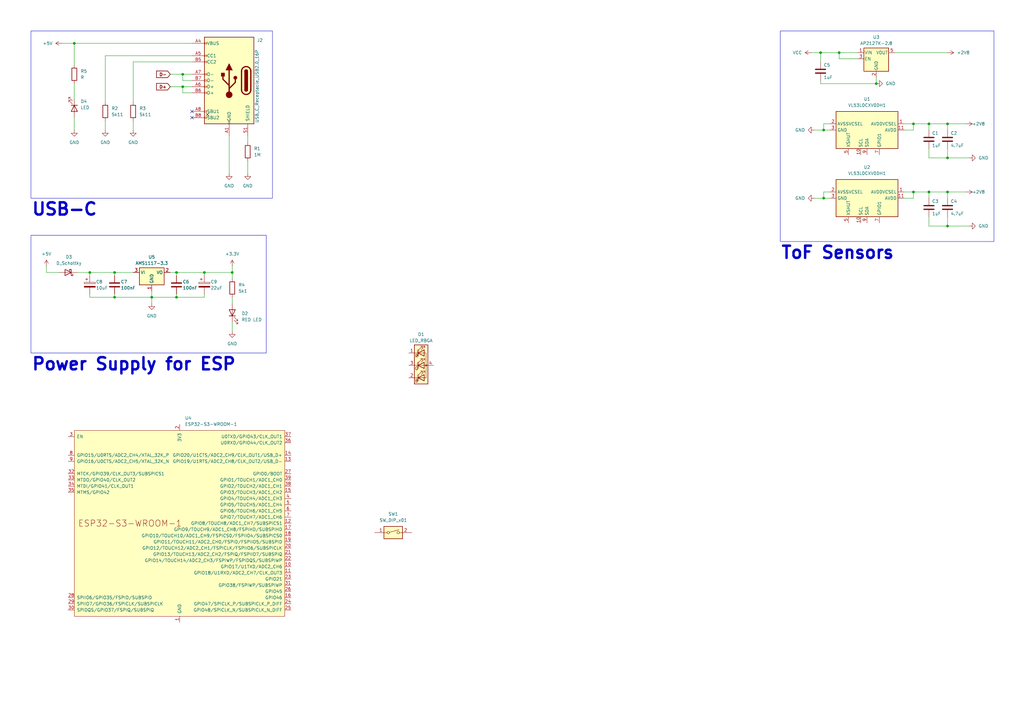
<source format=kicad_sch>
(kicad_sch (version 20230121) (generator eeschema)
  (paper "A3")
  (title_block (title "People Counter") (date "2024-02-16") (rev "v0.1") (company "Tom Gaimann"))
  (lib_symbols
    (symbol "Connector:USB_C_Receptacle_USB2.0_16P" (pin_names (offset 1.016))
      (property "Reference" "J" (at 0 22.225 0))
      (property "Value" "USB_C_Receptacle_USB2.0_16P" (at 0 19.685 0))
      (symbol "USB_C_Receptacle_USB2.0_16P_0_0"
        (rectangle (start -0.254 -17.78) (end 0.254 -16.764))
        (rectangle (start 10.16 -14.986) (end 9.144 -15.494))
        (rectangle (start 10.16 -12.446) (end 9.144 -12.954))
        (rectangle (start 10.16 -4.826) (end 9.144 -5.334))
        (rectangle (start 10.16 -2.286) (end 9.144 -2.794))
        (rectangle (start 10.16 0.254) (end 9.144 -0.254))
        (rectangle (start 10.16 2.794) (end 9.144 2.286))
        (rectangle (start 10.16 7.874) (end 9.144 7.366))
        (rectangle (start 10.16 10.414) (end 9.144 9.906))
        (rectangle (start 10.16 15.494) (end 9.144 14.986))
      )
      (symbol "USB_C_Receptacle_USB2.0_16P_0_1"
        (rectangle (start -10.16 17.78) (end 10.16 -17.78) (stroke (width 0.254)) (fill (type background)))
        (arc (start -8.89 -3.81) (mid -6.985 -5.7067) (end -5.08 -3.81) (stroke (width 0.508)))
        (arc (start -7.62 -3.81) (mid -6.985 -4.4423) (end -6.35 -3.81) (stroke (width 0.254)))
        (arc (start -7.62 -3.81) (mid -6.985 -4.4423) (end -6.35 -3.81) (stroke (width 0.254)) (fill (type outline)))
        (rectangle (start -7.62 -3.81) (end -6.35 3.81) (stroke (width 0.254)) (fill (type outline)))
        (arc (start -6.35 3.81) (mid -6.985 4.4423) (end -7.62 3.81) (stroke (width 0.254)))
        (arc (start -6.35 3.81) (mid -6.985 4.4423) (end -7.62 3.81) (stroke (width 0.254)) (fill (type outline)))
        (arc (start -5.08 3.81) (mid -6.985 5.7067) (end -8.89 3.81) (stroke (width 0.508)))
        (circle (center -2.54 1.143) (radius 0.635) (stroke (width 0.254)) (fill (type outline)))
        (circle (center 0 -5.842) (radius 1.27) (fill (type outline)))
        (polyline (pts (xy -8.89 -3.81) (xy -8.89 3.81)) (stroke (width 0.508)))
        (polyline (pts (xy -5.08 3.81) (xy -5.08 -3.81)) (stroke (width 0.508)))
        (polyline (pts (xy 0 -5.842) (xy 0 4.318)) (stroke (width 0.508)))
        (polyline (pts (xy 0 -3.302) (xy -2.54 -0.762) (xy -2.54 0.508)) (stroke (width 0.508)))
        (polyline (pts (xy 0 -2.032) (xy 2.54 0.508) (xy 2.54 1.778)) (stroke (width 0.508)))
        (polyline (pts (xy -1.27 4.318) (xy 0 6.858) (xy 1.27 4.318) (xy -1.27 4.318)) (stroke (width 0.254)) (fill (type outline)))
        (rectangle (start 1.905 1.778) (end 3.175 3.048) (stroke (width 0.254)) (fill (type outline)))
      )
      (symbol "USB_C_Receptacle_USB2.0_16P_1_1"
        (pin passive line (at 0 -22.86 90) (length 5.08) (name "GND") (number "A1"))
        (pin passive line (at 0 -22.86 90) (length 5.08) hide (name "GND") (number "A12"))
        (pin passive line (at 15.24 15.24 180) (length 5.08) (name "VBUS") (number "A4"))
        (pin bidirectional line (at 15.24 10.16 180) (length 5.08) (name "CC1") (number "A5"))
        (pin bidirectional line (at 15.24 -2.54 180) (length 5.08) (name "D+") (number "A6"))
        (pin bidirectional line (at 15.24 2.54 180) (length 5.08) (name "D-") (number "A7"))
        (pin bidirectional line (at 15.24 -12.7 180) (length 5.08) (name "SBU1") (number "A8"))
        (pin passive line (at 15.24 15.24 180) (length 5.08) hide (name "VBUS") (number "A9"))
        (pin passive line (at 0 -22.86 90) (length 5.08) hide (name "GND") (number "B1"))
        (pin passive line (at 0 -22.86 90) (length 5.08) hide (name "GND") (number "B12"))
        (pin passive line (at 15.24 15.24 180) (length 5.08) hide (name "VBUS") (number "B4"))
        (pin bidirectional line (at 15.24 7.62 180) (length 5.08) (name "CC2") (number "B5"))
        (pin bidirectional line (at 15.24 -5.08 180) (length 5.08) (name "D+") (number "B6"))
        (pin bidirectional line (at 15.24 0 180) (length 5.08) (name "D-") (number "B7"))
        (pin bidirectional line (at 15.24 -15.24 180) (length 5.08) (name "SBU2") (number "B8"))
        (pin passive line (at 15.24 15.24 180) (length 5.08) hide (name "VBUS") (number "B9"))
        (pin passive line (at -7.62 -22.86 90) (length 5.08) (name "SHIELD") (number "S1"))
      )
    )
    (symbol "Device:C" (pin_numbers hide) (pin_names (offset 0.254))
      (property "Reference" "C" (at 0.635 2.54 0))
      (property "Value" "C" (at 0.635 -2.54 0))
      (symbol "C_0_1"
        (polyline (pts (xy -2.032 -0.762) (xy 2.032 -0.762)) (stroke (width 0.508)))
        (polyline (pts (xy -2.032 0.762) (xy 2.032 0.762)) (stroke (width 0.508)))
      )
      (symbol "C_1_1"
        (pin passive line (at 0 3.81 270) (length 2.794) (name "~") (number "1"))
        (pin passive line (at 0 -3.81 90) (length 2.794) (name "~") (number "2"))
      )
    )
    (symbol "Device:C_Polarized" (pin_numbers hide) (pin_names (offset 0.254))
      (property "Reference" "C" (at 0.635 2.54 0))
      (property "Value" "C_Polarized" (at 0.635 -2.54 0))
      (symbol "C_Polarized_0_1"
        (rectangle (start -2.286 0.508) (end 2.286 1.016))
        (polyline (pts (xy -1.778 2.286) (xy -0.762 2.286)))
        (polyline (pts (xy -1.27 2.794) (xy -1.27 1.778)))
        (rectangle (start 2.286 -0.508) (end -2.286 -1.016) (fill (type outline)))
      )
      (symbol "C_Polarized_1_1"
        (pin passive line (at 0 3.81 270) (length 2.794) (name "~") (number "1"))
        (pin passive line (at 0 -3.81 90) (length 2.794) (name "~") (number "2"))
      )
    )
    (symbol "Device:D_Schottky" (pin_numbers hide) (pin_names (offset 1.016) hide)
      (property "Reference" "D" (at 0 2.54 0))
      (property "Value" "D_Schottky" (at 0 -2.54 0))
      (symbol "D_Schottky_0_1"
        (polyline (pts (xy 1.27 0) (xy -1.27 0)))
        (polyline (pts (xy 1.27 1.27) (xy 1.27 -1.27) (xy -1.27 0) (xy 1.27 1.27)) (stroke (width 0.254)))
        (polyline (pts (xy -1.905 0.635) (xy -1.905 1.27) (xy -1.27 1.27) (xy -1.27 -1.27) (xy -0.635 -1.27) (xy -0.635 -0.635)) (stroke (width 0.254)))
      )
      (symbol "D_Schottky_1_1"
        (pin passive line (at -3.81 0 0) (length 2.54) (name "K") (number "1"))
        (pin passive line (at 3.81 0 180) (length 2.54) (name "A") (number "2"))
      )
    )
    (symbol "Device:LED" (pin_numbers hide) (pin_names (offset 1.016) hide)
      (property "Reference" "D" (at 0 2.54 0))
      (property "Value" "LED" (at 0 -2.54 0))
      (symbol "LED_0_1"
        (polyline (pts (xy -1.27 -1.27) (xy -1.27 1.27)) (stroke (width 0.254)))
        (polyline (pts (xy -1.27 0) (xy 1.27 0)))
        (polyline (pts (xy 1.27 -1.27) (xy 1.27 1.27) (xy -1.27 0) (xy 1.27 -1.27)) (stroke (width 0.254)))
        (polyline (pts (xy -3.048 -0.762) (xy -4.572 -2.286) (xy -3.81 -2.286) (xy -4.572 -2.286) (xy -4.572 -1.524)))
        (polyline (pts (xy -1.778 -0.762) (xy -3.302 -2.286) (xy -2.54 -2.286) (xy -3.302 -2.286) (xy -3.302 -1.524)))
      )
      (symbol "LED_1_1"
        (pin passive line (at -3.81 0 0) (length 2.54) (name "K") (number "1"))
        (pin passive line (at 3.81 0 180) (length 2.54) (name "A") (number "2"))
      )
    )
    (symbol "Device:LED_RBGA" (pin_names (offset 0) hide)
      (property "Reference" "D" (at 0 9.398 0))
      (property "Value" "LED_RBGA" (at 0 -8.89 0))
      (symbol "LED_RBGA_0_0"
        (text "B" (at -1.905 -6.35 0) (effects (font (size 1.27 1.27))))
        (text "G" (at -1.905 -1.27 0) (effects (font (size 1.27 1.27))))
        (text "R" (at -1.905 3.81 0) (effects (font (size 1.27 1.27))))
      )
      (symbol "LED_RBGA_0_1"
        (polyline (pts (xy -1.27 -5.08) (xy -2.54 -5.08)))
        (polyline (pts (xy -1.27 -5.08) (xy 1.27 -5.08)))
        (polyline (pts (xy -1.27 -3.81) (xy -1.27 -6.35)) (stroke (width 0.254)))
        (polyline (pts (xy -1.27 0) (xy -2.54 0)))
        (polyline (pts (xy -1.27 1.27) (xy -1.27 -1.27)) (stroke (width 0.254)))
        (polyline (pts (xy -1.27 5.08) (xy -2.54 5.08)))
        (polyline (pts (xy -1.27 5.08) (xy 1.27 5.08)))
        (polyline (pts (xy -1.27 6.35) (xy -1.27 3.81)) (stroke (width 0.254)))
        (polyline (pts (xy 1.27 0) (xy -1.27 0)))
        (polyline (pts (xy 1.27 0) (xy 2.54 0)))
        (polyline (pts (xy -1.27 1.27) (xy -1.27 -1.27) (xy -1.27 -1.27)))
        (polyline (pts (xy -1.27 6.35) (xy -1.27 3.81) (xy -1.27 3.81)))
        (polyline (pts (xy 1.27 -5.08) (xy 2.032 -5.08) (xy 2.032 5.08) (xy 1.27 5.08)))
        (polyline (pts (xy 1.27 -3.81) (xy 1.27 -6.35) (xy -1.27 -5.08) (xy 1.27 -3.81)) (stroke (width 0.254)))
        (polyline (pts (xy 1.27 1.27) (xy 1.27 -1.27) (xy -1.27 0) (xy 1.27 1.27)) (stroke (width 0.254)))
        (polyline (pts (xy 1.27 6.35) (xy 1.27 3.81) (xy -1.27 5.08) (xy 1.27 6.35)) (stroke (width 0.254)))
        (polyline (pts (xy -1.016 -3.81) (xy 0.508 -2.286) (xy -0.254 -2.286) (xy 0.508 -2.286) (xy 0.508 -3.048)))
        (polyline (pts (xy -1.016 1.27) (xy 0.508 2.794) (xy -0.254 2.794) (xy 0.508 2.794) (xy 0.508 2.032)))
        (polyline (pts (xy -1.016 6.35) (xy 0.508 7.874) (xy -0.254 7.874) (xy 0.508 7.874) (xy 0.508 7.112)))
        (polyline (pts (xy 0 -3.81) (xy 1.524 -2.286) (xy 0.762 -2.286) (xy 1.524 -2.286) (xy 1.524 -3.048)))
        (polyline (pts (xy 0 1.27) (xy 1.524 2.794) (xy 0.762 2.794) (xy 1.524 2.794) (xy 1.524 2.032)))
        (polyline (pts (xy 0 6.35) (xy 1.524 7.874) (xy 0.762 7.874) (xy 1.524 7.874) (xy 1.524 7.112)))
        (rectangle (start 1.27 -1.27) (end 1.27 1.27))
        (rectangle (start 1.27 1.27) (end 1.27 1.27))
        (rectangle (start 1.27 3.81) (end 1.27 6.35))
        (rectangle (start 1.27 6.35) (end 1.27 6.35))
        (circle (center 2.032 0) (radius 0.254) (fill (type outline)))
        (rectangle (start 2.794 8.382) (end -2.794 -7.62) (stroke (width 0.254)) (fill (type background)))
      )
      (symbol "LED_RBGA_1_1"
        (pin passive line (at -5.08 5.08 0) (length 2.54) (name "RK") (number "1"))
        (pin passive line (at -5.08 -5.08 0) (length 2.54) (name "BK") (number "2"))
        (pin passive line (at -5.08 0 0) (length 2.54) (name "GK") (number "3"))
        (pin passive line (at 5.08 0 180) (length 2.54) (name "A") (number "4"))
      )
    )
    (symbol "Device:R" (pin_numbers hide) (pin_names (offset 0))
      (property "Reference" "R" (at 2.032 0 90))
      (property "Value" "R" (at 0 0 90))
      (symbol "R_0_1"
        (rectangle (start -1.016 -2.54) (end 1.016 2.54) (stroke (width 0.254)))
      )
      (symbol "R_1_1"
        (pin passive line (at 0 3.81 270) (length 1.27) (name "~") (number "1"))
        (pin passive line (at 0 -3.81 90) (length 1.27) (name "~") (number "2"))
      )
    )
    (symbol "PCM_Espressif:ESP32-S3-WROOM-1" (pin_names (offset 1.016))
      (property "Reference" "U" (at -43.18 43.18 0))
      (property "Value" "ESP32-S3-WROOM-1" (at -43.18 40.64 0))
      (symbol "ESP32-S3-WROOM-1_0_0"
        (text "ESP32-S3-WROOM-1" (at -20.32 0 0) (effects (font (size 2.54 2.54))))
        (pin power_in line (at 0 -40.64 90) (length 2.54) (name "GND") (number "1"))
        (pin bidirectional line (at 45.72 -17.78 180) (length 2.54) (name "GPIO17/U1TXD/ADC2_CH6") (number "10"))
        (pin bidirectional line (at 45.72 -20.32 180) (length 2.54) (name "GPIO18/U1RXD/ADC2_CH7/CLK_OUT3") (number "11"))
        (pin bidirectional line (at 45.72 0 180) (length 2.54) (name "GPIO8/TOUCH8/ADC1_CH7/SUBSPICS1") (number "12"))
        (pin bidirectional line (at 45.72 25.4 180) (length 2.54) (name "GPIO19/U1RTS/ADC2_CH8/CLK_OUT2/USB_D-") (number "13"))
        (pin bidirectional line (at 45.72 27.94 180) (length 2.54) (name "GPIO20/U1CTS/ADC2_CH9/CLK_OUT1/USB_D+") (number "14"))
        (pin bidirectional line (at 45.72 12.7 180) (length 2.54) (name "GPIO3/TOUCH3/ADC1_CH2") (number "15"))
        (pin bidirectional line (at 45.72 -30.48 180) (length 2.54) (name "GPIO46") (number "16"))
        (pin bidirectional line (at 45.72 -2.54 180) (length 2.54) (name "GPIO9/TOUCH9/ADC1_CH8/FSPIHD/SUBSPIHD") (number "17"))
        (pin bidirectional line (at 45.72 -5.08 180) (length 2.54) (name "GPIO10/TOUCH10/ADC1_CH9/FSPICS0/FSPIIO4/SUBSPICS0") (number "18"))
        (pin bidirectional line (at 45.72 -7.62 180) (length 2.54) (name "GPIO11/TOUCH11/ADC2_CH0/FSPID/FSPIIO5/SUBSPID") (number "19"))
        (pin power_in line (at 0 40.64 270) (length 2.54) (name "3V3") (number "2"))
        (pin bidirectional line (at 45.72 -10.16 180) (length 2.54) (name "GPIO12/TOUCH12/ADC2_CH1/FSPICLK/FSPIIO6/SUBSPICLK") (number "20"))
        (pin bidirectional line (at 45.72 -12.7 180) (length 2.54) (name "GPIO13/TOUCH13/ADC2_CH2/FSPIQ/FSPIIO7/SUBSPIQ") (number "21"))
        (pin bidirectional line (at 45.72 -15.24 180) (length 2.54) (name "GPIO14/TOUCH14/ADC2_CH3/FSPIWP/FSPIDQS/SUBSPIWP") (number "22"))
        (pin bidirectional line (at 45.72 -22.86 180) (length 2.54) (name "GPIO21") (number "23"))
        (pin bidirectional line (at 45.72 -33.02 180) (length 2.54) (name "GPIO47/SPICLK_P/SUBSPICLK_P_DIFF") (number "24"))
        (pin bidirectional line (at 45.72 -35.56 180) (length 2.54) (name "GPIO48/SPICLK_N/SUBSPICLK_N_DIFF") (number "25"))
        (pin bidirectional line (at 45.72 -27.94 180) (length 2.54) (name "GPIO45") (number "26"))
        (pin bidirectional line (at 45.72 20.32 180) (length 2.54) (name "GPIO0/BOOT") (number "27"))
        (pin bidirectional line (at -45.72 -30.48 0) (length 2.54) (name "SPIIO6/GPIO35/FSPID/SUBSPID") (number "28"))
        (pin bidirectional line (at -45.72 -33.02 0) (length 2.54) (name "SPIIO7/GPIO36/FSPICLK/SUBSPICLK") (number "29"))
        (pin input line (at -45.72 35.56 0) (length 2.54) (name "EN") (number "3"))
        (pin bidirectional line (at -45.72 -35.56 0) (length 2.54) (name "SPIDQS/GPIO37/FSPIQ/SUBSPIQ") (number "30"))
        (pin bidirectional line (at 45.72 -25.4 180) (length 2.54) (name "GPIO38/FSPIWP/SUBSPIWP") (number "31"))
        (pin bidirectional line (at -45.72 20.32 0) (length 2.54) (name "MTCK/GPIO39/CLK_OUT3/SUBSPICS1") (number "32"))
        (pin bidirectional line (at -45.72 17.78 0) (length 2.54) (name "MTDO/GPIO40/CLK_OUT2") (number "33"))
        (pin bidirectional line (at -45.72 15.24 0) (length 2.54) (name "MTDI/GPIO41/CLK_OUT1") (number "34"))
        (pin bidirectional line (at -45.72 12.7 0) (length 2.54) (name "MTMS/GPIO42") (number "35"))
        (pin bidirectional line (at 45.72 33.02 180) (length 2.54) (name "U0RXD/GPIO44/CLK_OUT2") (number "36"))
        (pin bidirectional line (at 45.72 35.56 180) (length 2.54) (name "U0TXD/GPIO43/CLK_OUT1") (number "37"))
        (pin bidirectional line (at 45.72 15.24 180) (length 2.54) (name "GPIO2/TOUCH2/ADC1_CH1") (number "38"))
        (pin bidirectional line (at 45.72 17.78 180) (length 2.54) (name "GPIO1/TOUCH1/ADC1_CH0") (number "39"))
        (pin bidirectional line (at 45.72 10.16 180) (length 2.54) (name "GPIO4/TOUCH4/ADC1_CH3") (number "4"))
        (pin passive line (at 0 -40.64 90) (length 2.54) hide (name "GND") (number "40"))
        (pin passive line (at 0 -40.64 90) (length 2.54) hide (name "GND") (number "41"))
        (pin bidirectional line (at 45.72 7.62 180) (length 2.54) (name "GPIO5/TOUCH5/ADC1_CH4") (number "5"))
        (pin bidirectional line (at 45.72 5.08 180) (length 2.54) (name "GPIO6/TOUCH6/ADC1_CH5") (number "6"))
        (pin bidirectional line (at 45.72 2.54 180) (length 2.54) (name "GPIO7/TOUCH7/ADC1_CH6") (number "7"))
        (pin bidirectional line (at -45.72 27.94 0) (length 2.54) (name "GPIO15/U0RTS/ADC2_CH4/XTAL_32K_P") (number "8"))
        (pin bidirectional line (at -45.72 25.4 0) (length 2.54) (name "GPIO16/U0CTS/ADC2_CH5/XTAL_32K_N") (number "9"))
      )
      (symbol "ESP32-S3-WROOM-1_0_1"
        (rectangle (start -43.18 38.1) (end 43.18 -38.1) (fill (type background)))
      )
    )
    (symbol "Regulator_Linear:AMS1117-3.3"
      (property "Reference" "U" (at -3.81 3.175 0))
      (property "Value" "AMS1117-3.3" (at 0 3.175 0))
      (symbol "AMS1117-3.3_0_1"
        (rectangle (start -5.08 -5.08) (end 5.08 1.905) (stroke (width 0.254)) (fill (type background)))
      )
      (symbol "AMS1117-3.3_1_1"
        (pin power_in line (at 0 -7.62 90) (length 2.54) (name "GND") (number "1"))
        (pin power_out line (at 7.62 0 180) (length 2.54) (name "VO") (number "2"))
        (pin power_in line (at -7.62 0 0) (length 2.54) (name "VI") (number "3"))
      )
    )
    (symbol "Regulator_Linear:AP2127K-2.8" (pin_names (offset 0.254))
      (property "Reference" "U" (at -5.08 5.715 0))
      (property "Value" "AP2127K-2.8" (at 0 5.715 0))
      (symbol "AP2127K-2.8_0_1"
        (rectangle (start -5.08 4.445) (end 5.08 -5.08) (stroke (width 0.254)) (fill (type background)))
      )
      (symbol "AP2127K-2.8_1_1"
        (pin power_in line (at -7.62 2.54 0) (length 2.54) (name "VIN") (number "1"))
        (pin power_in line (at 0 -7.62 90) (length 2.54) (name "GND") (number "2"))
        (pin input line (at -7.62 0 0) (length 2.54) (name "EN") (number "3"))
        (pin no_connect line (at 5.08 0 180) (length 2.54) hide (name "NC") (number "4"))
        (pin power_out line (at 7.62 2.54 180) (length 2.54) (name "VOUT") (number "5"))
      )
    )
    (symbol "Sensor_Distance:VL53L0CXV0DH1"
      (property "Reference" "U" (at -6.35 13.97 0))
      (property "Value" "VL53L0CXV0DH1" (at 12.065 13.97 0))
      (symbol "VL53L0CXV0DH1_0_1"
        (rectangle (start -7.62 12.7) (end 7.62 -12.7) (stroke (width 0.254)) (fill (type background)))
      )
      (symbol "VL53L0CXV0DH1_1_1"
        (pin power_in line (at 2.54 15.24 270) (length 2.54) (name "AVDDVCSEL") (number "1"))
        (pin input line (at -10.16 -2.54 0) (length 2.54) (name "SCL") (number "10"))
        (pin power_in line (at 0 15.24 270) (length 2.54) (name "AVDD") (number "11"))
        (pin passive line (at 0 -15.24 90) (length 2.54) hide (name "GND") (number "12"))
        (pin power_in line (at 2.54 -15.24 90) (length 2.54) (name "AVSSVCSEL") (number "2"))
        (pin power_in line (at 0 -15.24 90) (length 2.54) (name "GND") (number "3"))
        (pin passive line (at 0 -15.24 90) (length 2.54) hide (name "GND") (number "4"))
        (pin input line (at -10.16 -7.62 0) (length 2.54) (name "XSHUT") (number "5"))
        (pin passive line (at 0 -15.24 90) (length 2.54) hide (name "GND") (number "6"))
        (pin open_collector line (at -10.16 5.08 0) (length 2.54) (name "GPIO1") (number "7"))
        (pin no_connect line (at -7.62 7.62 0) (length 2.54) hide (name "DNC") (number "8"))
        (pin bidirectional line (at -10.16 0 0) (length 2.54) (name "SDA") (number "9"))
      )
    )
    (symbol "Switch:SW_DIP_x01" (pin_names (offset 0) hide)
      (property "Reference" "SW" (at 0 3.81 0))
      (property "Value" "SW_DIP_x01" (at 0 -3.81 0))
      (symbol "SW_DIP_x01_0_0"
        (circle (center -2.032 0) (radius 0.508))
        (polyline (pts (xy -1.524 0.127) (xy 2.3622 1.1684)))
        (circle (center 2.032 0) (radius 0.508))
      )
      (symbol "SW_DIP_x01_0_1"
        (rectangle (start -3.81 2.54) (end 3.81 -2.54) (stroke (width 0.254)) (fill (type background)))
      )
      (symbol "SW_DIP_x01_1_1"
        (pin passive line (at -7.62 0 0) (length 5.08) (name "~") (number "1"))
        (pin passive line (at 7.62 0 180) (length 5.08) (name "~") (number "2"))
      )
    )
    (symbol "power:+2V8" (power) (pin_names (offset 0))
      (property "Value" "+2V8" (at 0 3.556 0))
      (symbol "+2V8_0_1"
        (polyline (pts (xy -0.762 1.27) (xy 0 2.54)))
        (polyline (pts (xy 0 0) (xy 0 2.54)))
        (polyline (pts (xy 0 2.54) (xy 0.762 1.27)))
      )
      (symbol "+2V8_1_1"
        (pin power_in line (at 0 0 90) (length 0) hide (name "+2V8") (number "1"))
      )
    )
    (symbol "power:+3.3V" (power) (pin_names (offset 0))
      (property "Value" "+3.3V" (at 0 3.556 0))
      (symbol "+3.3V_0_1"
        (polyline (pts (xy -0.762 1.27) (xy 0 2.54)))
        (polyline (pts (xy 0 0) (xy 0 2.54)))
        (polyline (pts (xy 0 2.54) (xy 0.762 1.27)))
      )
      (symbol "+3.3V_1_1"
        (pin power_in line (at 0 0 90) (length 0) hide (name "+3.3V") (number "1"))
      )
    )
    (symbol "power:+5V" (power) (pin_names (offset 0))
      (property "Value" "+5V" (at 0 3.556 0))
      (symbol "+5V_0_1"
        (polyline (pts (xy -0.762 1.27) (xy 0 2.54)))
        (polyline (pts (xy 0 0) (xy 0 2.54)))
        (polyline (pts (xy 0 2.54) (xy 0.762 1.27)))
      )
      (symbol "+5V_1_1"
        (pin power_in line (at 0 0 90) (length 0) hide (name "+5V") (number "1"))
      )
    )
    (symbol "power:GND" (power) (pin_names (offset 0))
      (property "Value" "GND" (at 0 -3.81 0))
      (symbol "GND_0_1"
        (polyline (pts (xy 0 0) (xy 0 -1.27) (xy 1.27 -1.27) (xy 0 -2.54) (xy -1.27 -1.27) (xy 0 -1.27)))
      )
      (symbol "GND_1_1"
        (pin power_in line (at 0 0 270) (length 0) hide (name "GND") (number "1"))
      )
    )
    (symbol "power:VCC" (power) (pin_names (offset 0))
      (property "Value" "VCC" (at 0 3.81 0))
      (symbol "VCC_0_1"
        (polyline (pts (xy -0.762 1.27) (xy 0 2.54)))
        (polyline (pts (xy 0 0) (xy 0 2.54)))
        (polyline (pts (xy 0 2.54) (xy 0.762 1.27)))
      )
      (symbol "VCC_1_1"
        (pin power_in line (at 0 0 90) (length 0) hide (name "VCC") (number "1"))
      )
    )
  )
  (junction (at 337.82 53.34))
  (junction (at 388.62 78.74))
  (junction (at 74.93 35.56))
  (junction (at 30.48 17.78))
  (junction (at 337.82 81.28))
  (junction (at 83.82 111.76))
  (junction (at 388.62 64.77))
  (junction (at 388.62 92.71))
  (junction (at 36.83 111.76))
  (junction (at 74.93 30.48))
  (junction (at 374.65 78.74))
  (junction (at 72.39 111.76))
  (junction (at 381 50.8))
  (junction (at 336.55 21.59))
  (junction (at 374.65 50.8))
  (junction (at 388.62 50.8))
  (junction (at 62.23 121.92))
  (junction (at 95.25 111.76))
  (junction (at 46.99 111.76))
  (junction (at 344.17 21.59))
  (junction (at 381 78.74))
  (junction (at 359.41 34.29))
  (junction (at 46.99 121.92))
  (junction (at 72.39 121.92))
  (no_connect (at 85.09 46.99))
  (no_connect (at 78.74 45.72))
  (no_connect (at 78.74 48.26))
  (wire (pts (xy 83.82 121.92) (xy 83.82 120.65)))
  (wire (pts (xy 95.25 121.92) (xy 95.25 124.46)))
  (wire (pts (xy 388.62 78.74) (xy 396.24 78.74)))
  (wire (pts (xy 74.93 35.56) (xy 78.74 35.56)))
  (wire (pts (xy 340.36 50.8) (xy 337.82 50.8)))
  (wire (pts (xy 54.61 49.53) (xy 54.61 53.34)))
  (wire (pts (xy 19.05 111.76) (xy 24.13 111.76)))
  (wire (pts (xy 336.55 34.29) (xy 336.55 33.02)))
  (wire (pts (xy 46.99 120.65) (xy 46.99 121.92)))
  (wire (pts (xy 370.84 78.74) (xy 374.65 78.74)))
  (wire (pts (xy 95.25 132.08) (xy 95.25 135.89)))
  (wire (pts (xy 78.74 38.1) (xy 74.93 38.1)))
  (wire (pts (xy 46.99 111.76) (xy 46.99 113.03)))
  (wire (pts (xy 46.99 121.92) (xy 36.83 121.92)))
  (wire (pts (xy 388.62 64.77) (xy 397.51 64.77)))
  (wire (pts (xy 93.98 55.88) (xy 93.98 71.12)))
  (wire (pts (xy 337.82 53.34) (xy 340.36 53.34)))
  (wire (pts (xy 83.82 111.76) (xy 83.82 113.03)))
  (wire (pts (xy 344.17 21.59) (xy 344.17 24.13)))
  (wire (pts (xy 72.39 120.65) (xy 72.39 121.92)))
  (wire (pts (xy 374.65 53.34) (xy 374.65 50.8)))
  (wire (pts (xy 388.62 50.8) (xy 396.24 50.8)))
  (wire (pts (xy 344.17 24.13) (xy 351.79 24.13)))
  (wire (pts (xy 388.62 64.77) (xy 388.62 60.96)))
  (wire (pts (xy 370.84 53.34) (xy 374.65 53.34)))
  (wire (pts (xy 95.25 111.76) (xy 95.25 114.3)))
  (wire (pts (xy 36.83 121.92) (xy 36.83 120.65)))
  (wire (pts (xy 388.62 92.71) (xy 388.62 88.9)))
  (wire (pts (xy 43.18 22.86) (xy 43.18 41.91)))
  (wire (pts (xy 72.39 111.76) (xy 72.39 113.03)))
  (wire (pts (xy 31.75 111.76) (xy 36.83 111.76)))
  (wire (pts (xy 336.55 21.59) (xy 344.17 21.59)))
  (wire (pts (xy 36.83 111.76) (xy 36.83 113.03)))
  (wire (pts (xy 95.25 109.22) (xy 95.25 111.76)))
  (wire (pts (xy 337.82 81.28) (xy 340.36 81.28)))
  (wire (pts (xy 340.36 78.74) (xy 337.82 78.74)))
  (wire (pts (xy 78.74 25.4) (xy 54.61 25.4)))
  (wire (pts (xy 381 53.34) (xy 381 50.8)))
  (wire (pts (xy 30.48 17.78) (xy 30.48 26.67)))
  (wire (pts (xy 69.85 35.56) (xy 74.93 35.56)))
  (wire (pts (xy 381 78.74) (xy 388.62 78.74)))
  (wire (pts (xy 381 64.77) (xy 388.62 64.77)))
  (wire (pts (xy 381 60.96) (xy 381 64.77)))
  (wire (pts (xy 78.74 33.02) (xy 74.93 33.02)))
  (wire (pts (xy 336.55 34.29) (xy 359.41 34.29)))
  (wire (pts (xy 46.99 121.92) (xy 62.23 121.92)))
  (wire (pts (xy 74.93 38.1) (xy 74.93 35.56)))
  (wire (pts (xy 101.6 55.88) (xy 101.6 58.42)))
  (wire (pts (xy 69.85 30.48) (xy 74.93 30.48)))
  (wire (pts (xy 334.01 53.34) (xy 337.82 53.34)))
  (wire (pts (xy 374.65 50.8) (xy 381 50.8)))
  (wire (pts (xy 332.74 21.59) (xy 336.55 21.59)))
  (wire (pts (xy 374.65 78.74) (xy 381 78.74)))
  (wire (pts (xy 344.17 21.59) (xy 351.79 21.59)))
  (wire (pts (xy 43.18 49.53) (xy 43.18 53.34)))
  (wire (pts (xy 25.4 17.78) (xy 30.48 17.78)))
  (wire (pts (xy 62.23 121.92) (xy 62.23 124.46)))
  (wire (pts (xy 381 88.9) (xy 381 92.71)))
  (wire (pts (xy 72.39 111.76) (xy 83.82 111.76)))
  (wire (pts (xy 54.61 25.4) (xy 54.61 41.91)))
  (wire (pts (xy 370.84 50.8) (xy 374.65 50.8)))
  (wire (pts (xy 374.65 81.28) (xy 374.65 78.74)))
  (wire (pts (xy 388.62 81.28) (xy 388.62 78.74)))
  (wire (pts (xy 388.62 92.71) (xy 397.51 92.71)))
  (wire (pts (xy 334.01 81.28) (xy 337.82 81.28)))
  (wire (pts (xy 101.6 66.04) (xy 101.6 71.12)))
  (wire (pts (xy 337.82 50.8) (xy 337.82 53.34)))
  (wire (pts (xy 62.23 119.38) (xy 62.23 121.92)))
  (wire (pts (xy 46.99 111.76) (xy 54.61 111.76)))
  (wire (pts (xy 69.85 111.76) (xy 72.39 111.76)))
  (wire (pts (xy 30.48 48.26) (xy 30.48 53.34)))
  (wire (pts (xy 74.93 33.02) (xy 74.93 30.48)))
  (wire (pts (xy 370.84 81.28) (xy 374.65 81.28)))
  (wire (pts (xy 337.82 78.74) (xy 337.82 81.28)))
  (wire (pts (xy 336.55 21.59) (xy 336.55 25.4)))
  (wire (pts (xy 388.62 53.34) (xy 388.62 50.8)))
  (wire (pts (xy 74.93 30.48) (xy 78.74 30.48)))
  (wire (pts (xy 381 81.28) (xy 381 78.74)))
  (wire (pts (xy 381 92.71) (xy 388.62 92.71)))
  (wire (pts (xy 30.48 34.29) (xy 30.48 40.64)))
  (wire (pts (xy 46.99 111.76) (xy 36.83 111.76)))
  (wire (pts (xy 367.03 21.59) (xy 388.62 21.59)))
  (wire (pts (xy 72.39 121.92) (xy 83.82 121.92)))
  (wire (pts (xy 359.41 31.75) (xy 359.41 34.29)))
  (wire (pts (xy 19.05 109.22) (xy 19.05 111.76)))
  (wire (pts (xy 62.23 121.92) (xy 72.39 121.92)))
  (wire (pts (xy 83.82 111.76) (xy 95.25 111.76)))
  (wire (pts (xy 30.48 17.78) (xy 78.74 17.78)))
  (wire (pts (xy 78.74 22.86) (xy 43.18 22.86)))
  (wire (pts (xy 381 50.8) (xy 388.62 50.8)))
  (rectangle (start 320.04 12.7) (end 407.67 99.06))
  (rectangle (start 12.7 96.52) (end 109.22 144.78))
  (rectangle (start 12.7 12.7) (end 111.76 81.28))
  (text "ToF Sensors" (at 320.04 106.68 0) (effects (font (size 5 5) (thickness 1) bold) (justify left bottom)))
  (text "USB-C" (at 12.7 88.9 0) (effects (font (size 5 5) (thickness 1) bold) (justify left bottom)))
  (text "Power Supply for ESP\n" (at 12.7 152.4 0) (effects (font (size 5 5) bold) (justify left bottom)))
  (global_label "D+" (shape input) (at 69.85 35.56 180) (effects (font bold)) (property "Intersheetrefs" "${INTERSHEET_REFS}" (effects hide)))
  (global_label "D-" (shape input) (at 69.85 30.48 180) (effects (font bold)) (property "Intersheetrefs" "${INTERSHEET_REFS}" (effects hide)))
  (symbol (lib_id "power:GND") (at 54.61 53.34 0) (unit 1)
    (property "Reference" "#PWR014" (effects hide))
    (property "Value" "GND" (at 54.61 58.42 0))
  )
  (symbol (lib_id "power:GND") (at 95.25 135.89 0) (unit 1)
    (property "Reference" "#PWR016" (effects hide))
    (property "Value" "GND" (at 95.25 140.97 0))
  )
  (symbol (lib_id "power:+2V8") (at 396.24 50.8 270) (unit 1)
    (property "Reference" "#PWR02" (effects hide))
    (property "Value" "+2V8" (at 401.32 50.8 90))
  )
  (symbol (lib_id "PCM_Espressif:ESP32-S3-WROOM-1") (at 73.66 214.63 0) (unit 1)
    (property "Reference" "U4" (at 75.8541 171.45 0) (effects (justify left)))
    (property "Value" "ESP32-S3-WROOM-1" (at 75.8541 173.99 0) (effects (justify left)))
    (property "Footprint" "PCM_Espressif:ESP32-S3-WROOM-1" (effects hide))
    (property "Datasheet" "https://www.espressif.com/sites/default/files/documentation/esp32-s3-wroom-1_wroom-1u_datasheet_en.pdf" (effects hide))
  )
  (symbol (lib_id "power:GND") (at 359.41 34.29 90) (unit 1)
    (property "Reference" "#PWR07" (effects hide))
    (property "Value" "GND" (at 363.22 34.29 90) (effects (justify right)))
  )
  (symbol (lib_id "Device:LED_RBGA") (at 172.72 149.86 0) (unit 1)
    (property "Reference" "D1" (at 172.72 137.16 0))
    (property "Value" "LED_RBGA" (at 172.72 139.7 0))
    (property "Footprint" "LED_SMD:LED_Kingbright_AAA3528ESGCT" (effects hide))
  )
  (symbol (lib_id "power:GND") (at 30.48 53.34 0) (unit 1)
    (property "Reference" "#PWR019" (effects hide))
    (property "Value" "GND" (at 30.48 58.42 0))
  )
  (symbol (lib_id "power:+2V8") (at 388.62 21.59 270) (unit 1)
    (property "Reference" "#PWR05" (effects hide))
    (property "Value" "+2V8" (at 392.43 21.59 90) (effects (justify left)))
  )
  (symbol (lib_id "power:GND") (at 62.23 124.46 0) (unit 1)
    (property "Reference" "#PWR018" (effects hide))
    (property "Value" "GND" (at 62.23 129.54 0))
  )
  (symbol (lib_id "power:+2V8") (at 396.24 78.74 270) (unit 1)
    (property "Reference" "#PWR09" (effects hide))
    (property "Value" "+2V8" (at 401.32 78.74 90))
  )
  (symbol (lib_id "Device:LED") (at 30.48 44.45 270) (unit 1)
    (property "Reference" "D4" (at 33.02 41.5925 90) (effects (justify left)))
    (property "Value" "LED" (at 33.02 44.1325 90) (effects (justify left)))
    (property "Footprint" "LED_SMD:LED_1206_3216Metric_Pad1.42x1.75mm_HandSolder" (effects hide))
  )
  (symbol (lib_id "Device:R") (at 54.61 45.72 0) (unit 1)
    (property "Reference" "R3" (at 57.15 44.45 0) (effects (justify left)))
    (property "Value" "5k11" (at 57.15 46.99 0) (effects (justify left)))
    (property "Footprint" "Resistor_SMD:R_1206_3216Metric_Pad1.30x1.75mm_HandSolder" (effects hide))
  )
  (symbol (lib_id "power:+3.3V") (at 95.25 109.22 0) (unit 1)
    (property "Reference" "#PWR015" (effects hide))
    (property "Value" "+3.3V" (at 95.25 104.14 0))
  )
  (symbol (lib_id "Sensor_Distance:VL53L0CXV0DH1") (at 355.6 53.34 270) (mirror x) (unit 1)
    (property "Reference" "U1" (at 355.6 40.64 90))
    (property "Value" "VL53L0CXV0DH1" (at 355.6 43.18 90))
    (property "Footprint" "Sensor_Distance:ST_VL53L1x" (effects hide))
    (property "Datasheet" "https://www.st.com/resource/en/datasheet/vl53l0x.pdf" (effects hide))
  )
  (symbol (lib_id "power:GND") (at 93.98 71.12 0) (unit 1)
    (property "Reference" "#PWR011" (effects hide))
    (property "Value" "GND" (at 93.98 76.2 0))
  )
  (symbol (lib_id "power:VCC") (at 332.74 21.59 90) (unit 1)
    (property "Reference" "#PWR06" (effects hide))
    (property "Value" "VCC" (at 328.93 21.59 90) (effects (justify left)))
  )
  (symbol (lib_id "Device:C") (at 381 85.09 0) (unit 1)
    (property "Reference" "C3" (at 382.27 82.55 0) (effects (justify left)))
    (property "Value" "1uF" (at 382.27 87.63 0) (effects (justify left)))
    (property "Footprint" "Capacitor_SMD:C_1206_3216Metric_Pad1.33x1.80mm_HandSolder" (effects hide))
  )
  (symbol (lib_id "Device:C_Polarized") (at 83.82 116.84 0) (unit 1)
    (property "Reference" "C9" (at 86.36 115.57 0) (effects (justify left)))
    (property "Value" "22uF" (at 86.36 118.11 0) (effects (justify left)))
    (property "Footprint" "Capacitor_SMD:CP_Elec_5x5.3" (effects hide))
  )
  (symbol (lib_id "Device:C") (at 388.62 85.09 0) (unit 1)
    (property "Reference" "C4" (at 389.89 82.55 0) (effects (justify left)))
    (property "Value" "4.7uF" (at 389.89 87.63 0) (effects (justify left)))
    (property "Footprint" "Capacitor_SMD:C_1206_3216Metric_Pad1.33x1.80mm_HandSolder" (effects hide))
  )
  (symbol (lib_id "Connector:USB_C_Receptacle_USB2.0_16P") (at 93.98 33.02 0) (mirror y) (unit 1)
    (property "Reference" "J2" (at 105.41 16.51 0) (effects (justify right)))
    (property "Value" "USB_C_Receptacle_USB2.0_16P" (at 105.41 20.32 90) (effects (justify right)))
    (property "Footprint" "Connector_USB:USB_C_Receptacle_Amphenol_12401610E4-2A" (effects hide))
    (property "Datasheet" "https://www.usb.org/sites/default/files/documents/usb_type-c.zip" (effects hide))
  )
  (symbol (lib_id "Device:C") (at 46.99 116.84 0) (unit 1)
    (property "Reference" "C7" (at 49.53 115.57 0) (effects (justify left)))
    (property "Value" "100nF" (at 49.53 118.11 0) (effects (justify left)))
    (property "Footprint" "Capacitor_SMD:C_1206_3216Metric_Pad1.33x1.80mm_HandSolder" (effects hide))
  )
  (symbol (lib_id "power:GND") (at 397.51 64.77 90) (unit 1)
    (property "Reference" "#PWR04" (effects hide))
    (property "Value" "GND" (at 401.32 64.77 90) (effects (justify right)))
  )
  (symbol (lib_id "Device:C") (at 336.55 29.21 0) (unit 1)
    (property "Reference" "C5" (at 337.82 26.67 0) (effects (justify left)))
    (property "Value" "1uF" (at 337.82 31.75 0) (effects (justify left)))
    (property "Footprint" "Capacitor_SMD:C_1206_3216Metric_Pad1.33x1.80mm_HandSolder" (effects hide))
  )
  (symbol (lib_id "Device:C") (at 388.62 57.15 0) (unit 1)
    (property "Reference" "C2" (at 389.89 54.61 0) (effects (justify left)))
    (property "Value" "4.7uF" (at 389.89 59.69 0) (effects (justify left)))
    (property "Footprint" "Capacitor_SMD:C_1206_3216Metric_Pad1.33x1.80mm_HandSolder" (effects hide))
  )
  (symbol (lib_id "Device:D_Schottky") (at 27.94 111.76 180) (unit 1)
    (property "Reference" "D3" (at 28.2575 105.41 0))
    (property "Value" "D_Schottky" (at 28.2575 107.95 0))
    (property "Footprint" "Diode_SMD:D_1206_3216Metric_Pad1.42x1.75mm_HandSolder" (effects hide))
  )
  (symbol (lib_id "Device:C_Polarized") (at 36.83 116.84 0) (unit 1)
    (property "Reference" "C8" (at 39.37 115.57 0) (effects (justify left)))
    (property "Value" "10uF" (at 39.37 118.11 0) (effects (justify left)))
    (property "Footprint" "Capacitor_SMD:CP_Elec_5x5.3" (effects hide))
  )
  (symbol (lib_id "power:+5V") (at 19.05 109.22 0) (unit 1)
    (property "Reference" "#PWR017" (effects hide))
    (property "Value" "+5V" (at 19.05 104.14 0))
  )
  (symbol (lib_id "Device:R") (at 43.18 45.72 0) (unit 1)
    (property "Reference" "R2" (at 45.72 44.45 0) (effects (justify left)))
    (property "Value" "5k11" (at 45.72 46.99 0) (effects (justify left)))
    (property "Footprint" "Resistor_SMD:R_1206_3216Metric_Pad1.30x1.75mm_HandSolder" (effects hide))
  )
  (symbol (lib_id "power:GND") (at 101.6 71.12 0) (unit 1)
    (property "Reference" "#PWR012" (effects hide))
    (property "Value" "GND" (at 101.6 76.2 0))
  )
  (symbol (lib_id "Switch:SW_DIP_x01") (at 161.29 218.44 0) (unit 1)
    (property "Reference" "SW1" (at 161.29 210.82 0))
    (property "Value" "SW_DIP_x01" (at 161.29 213.36 0))
    (property "Footprint" "Button_Switch_SMD:SW_DIP_SPSTx01_Slide_Omron_A6S-110x_W8.9mm_P2.54mm" (effects hide))
  )
  (symbol (lib_id "power:GND") (at 334.01 53.34 270) (unit 1)
    (property "Reference" "#PWR01" (effects hide))
    (property "Value" "GND" (at 330.2 53.34 90) (effects (justify right)))
  )
  (symbol (lib_id "Regulator_Linear:AMS1117-3.3") (at 62.23 111.76 0) (unit 1)
    (property "Reference" "U5" (at 62.23 105.41 0))
    (property "Value" "AMS1117-3.3" (at 62.23 107.95 0))
    (property "Footprint" "Package_TO_SOT_SMD:SOT-223-3_TabPin2" (effects hide))
    (property "Datasheet" "http://www.advanced-monolithic.com/pdf/ds1117.pdf" (effects hide))
  )
  (symbol (lib_id "Device:R") (at 95.25 118.11 0) (unit 1)
    (property "Reference" "R4" (at 97.79 116.84 0) (effects (justify left)))
    (property "Value" "5k1" (at 97.79 119.38 0) (effects (justify left)))
    (property "Footprint" "Resistor_SMD:R_1206_3216Metric_Pad1.30x1.75mm_HandSolder" (effects hide))
  )
  (symbol (lib_id "power:+5V") (at 25.4 17.78 90) (unit 1)
    (property "Reference" "#PWR010" (effects hide))
    (property "Value" "+5V" (at 21.59 17.78 90) (effects (justify left)))
  )
  (symbol (lib_id "Device:LED") (at 95.25 128.27 90) (unit 1)
    (property "Reference" "D2" (at 99.06 128.5875 90) (effects (justify right)))
    (property "Value" "RED LED" (at 99.06 131.1275 90) (effects (justify right)))
    (property "Footprint" "LED_SMD:LED_1206_3216Metric_Pad1.42x1.75mm_HandSolder" (effects hide))
  )
  (symbol (lib_id "Device:R") (at 101.6 62.23 0) (unit 1)
    (property "Reference" "R1" (at 104.14 60.96 0) (effects (justify left)))
    (property "Value" "1M" (at 104.14 63.5 0) (effects (justify left)))
    (property "Footprint" "LED_SMD:LED_1206_3216Metric_Pad1.42x1.75mm_HandSolder" (effects hide))
  )
  (symbol (lib_id "Sensor_Distance:VL53L0CXV0DH1") (at 355.6 81.28 270) (mirror x) (unit 1)
    (property "Reference" "U2" (at 355.6 68.58 90))
    (property "Value" "VL53L0CXV0DH1" (at 355.6 71.12 90))
    (property "Footprint" "Sensor_Distance:ST_VL53L1x" (effects hide))
    (property "Datasheet" "https://www.st.com/resource/en/datasheet/vl53l0x.pdf" (effects hide))
  )
  (symbol (lib_id "power:GND") (at 397.51 92.71 90) (unit 1)
    (property "Reference" "#PWR03" (effects hide))
    (property "Value" "GND" (at 401.32 92.71 90) (effects (justify right)))
  )
  (symbol (lib_id "Device:C") (at 381 57.15 0) (unit 1)
    (property "Reference" "C1" (at 382.27 54.61 0) (effects (justify left)))
    (property "Value" "1uF" (at 382.27 59.69 0) (effects (justify left)))
    (property "Footprint" "Capacitor_SMD:C_1206_3216Metric_Pad1.33x1.80mm_HandSolder" (effects hide))
  )
  (symbol (lib_id "Device:C") (at 72.39 116.84 0) (unit 1)
    (property "Reference" "C6" (at 74.93 115.57 0) (effects (justify left)))
    (property "Value" "100nF" (at 74.93 118.11 0) (effects (justify left)))
    (property "Footprint" "Capacitor_SMD:C_1206_3216Metric_Pad1.33x1.80mm_HandSolder" (effects hide))
  )
  (symbol (lib_id "Regulator_Linear:AP2127K-2.8") (at 359.41 24.13 0) (unit 1)
    (property "Reference" "U3" (at 359.41 15.24 0))
    (property "Value" "AP2127K-2.8" (at 359.41 17.78 0))
    (property "Footprint" "Package_TO_SOT_SMD:SOT-23-5" (effects hide))
    (property "Datasheet" "https://www.diodes.com/assets/Datasheets/AP2127.pdf" (effects hide))
  )
  (symbol (lib_id "Device:R") (at 30.48 30.48 0) (unit 1)
    (property "Reference" "R5" (at 33.02 29.21 0) (effects (justify left)))
    (property "Value" "R" (at 33.02 31.75 0) (effects (justify left)))
    (property "Footprint" "Resistor_SMD:R_1206_3216Metric_Pad1.30x1.75mm_HandSolder" (effects hide))
  )
  (symbol (lib_id "power:GND") (at 43.18 53.34 0) (unit 1)
    (property "Reference" "#PWR013" (effects hide))
    (property "Value" "GND" (at 43.18 58.42 0))
  )
  (symbol (lib_id "power:GND") (at 334.01 81.28 270) (unit 1)
    (property "Reference" "#PWR08" (effects hide))
    (property "Value" "GND" (at 330.2 81.28 90) (effects (justify right)))
  )
)
</source>
